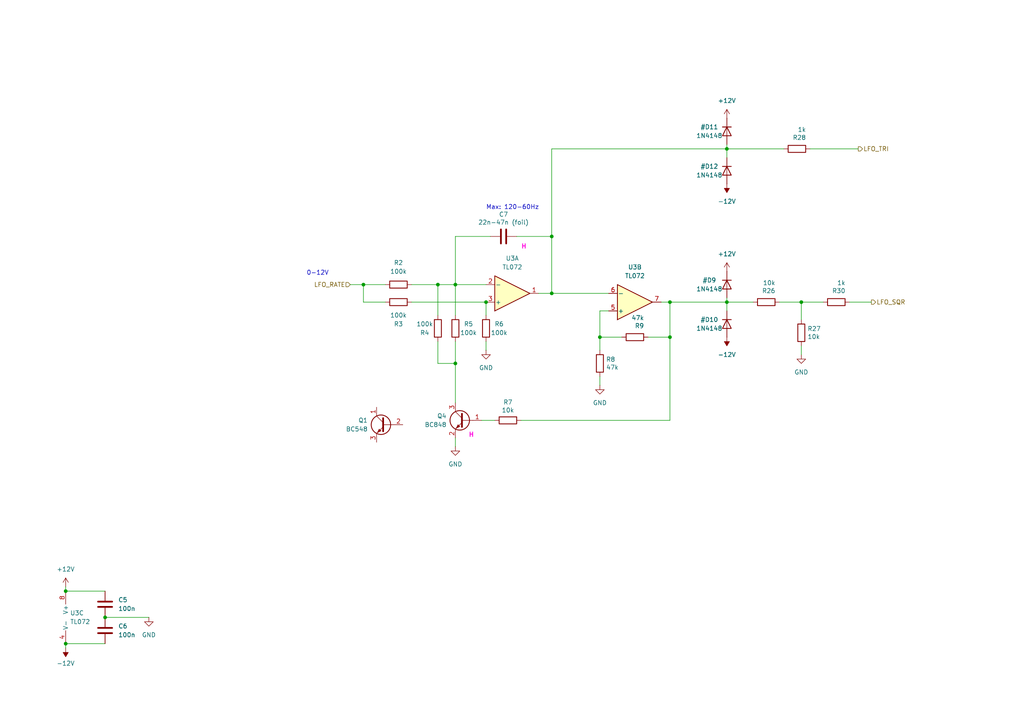
<source format=kicad_sch>
(kicad_sch (version 20250114) (generator "eeschema") (generator_version "9.0")
  (paper "A4")
  (lib_symbols
    (symbol "Amplifier_Operational:TL072" (pin_names (offset 0.127))
      (property "Reference" "U" (at 0 5.08 0))
      (property "Value" "TL072" (at 0 -5.08 0))
      (symbol "TL072_1_1"
        (polyline (pts (xy -5.08 5.08) (xy 5.08 0) (xy -5.08 -5.08) (xy -5.08 5.08)) (stroke (width 0.254)) (fill (type background)))
        (pin input line (at -7.62 2.54 0) (length 2.54) (name "+") (number "3"))
        (pin input line (at -7.62 -2.54 0) (length 2.54) (name "-") (number "2"))
        (pin output line (at 7.62 0 180) (length 2.54) (name "~") (number "1"))
      )
      (symbol "TL072_2_1"
        (polyline (pts (xy -5.08 5.08) (xy 5.08 0) (xy -5.08 -5.08) (xy -5.08 5.08)) (stroke (width 0.254)) (fill (type background)))
        (pin input line (at -7.62 2.54 0) (length 2.54) (name "+") (number "5"))
        (pin input line (at -7.62 -2.54 0) (length 2.54) (name "-") (number "6"))
        (pin output line (at 7.62 0 180) (length 2.54) (name "~") (number "7"))
      )
      (symbol "TL072_3_1"
        (pin power_in line (at -2.54 7.62 270) (length 3.81) (name "V+") (number "8"))
        (pin power_in line (at -2.54 -7.62 90) (length 3.81) (name "V-") (number "4"))
      )
    )
    (symbol "Device:C" (pin_numbers (hide yes)) (pin_names (offset 0.254))
      (property "Reference" "C" (at 0.635 2.54 0))
      (property "Value" "C" (at 0.635 -2.54 0))
      (symbol "C_0_1"
        (polyline (pts (xy -2.032 0.762) (xy 2.032 0.762)) (stroke (width 0.508)))
        (polyline (pts (xy -2.032 -0.762) (xy 2.032 -0.762)) (stroke (width 0.508)))
      )
      (symbol "C_1_1"
        (pin passive line (at 0 3.81 270) (length 2.794) (name "~") (number "1"))
        (pin passive line (at 0 -3.81 90) (length 2.794) (name "~") (number "2"))
      )
    )
    (symbol "Device:D" (pin_numbers (hide yes)) (pin_names (offset 1.016) (hide yes))
      (property "Reference" "D" (at 0 2.54 0))
      (property "Value" "D" (at 0 -2.54 0))
      (symbol "D_0_1"
        (polyline (pts (xy -1.27 1.27) (xy -1.27 -1.27)) (stroke (width 0.254)))
        (polyline (pts (xy 1.27 1.27) (xy 1.27 -1.27) (xy -1.27 0) (xy 1.27 1.27)) (stroke (width 0.254)))
        (polyline (pts (xy 1.27 0) (xy -1.27 0)))
      )
      (symbol "D_1_1"
        (pin passive line (at -3.81 0 0) (length 2.54) (name "K") (number "1"))
        (pin passive line (at 3.81 0 180) (length 2.54) (name "A") (number "2"))
      )
    )
    (symbol "Device:R" (pin_numbers (hide yes)) (pin_names (offset 0))
      (property "Reference" "R" (at 2.032 0 90))
      (property "Value" "R" (at 0 0 90))
      (symbol "R_0_1"
        (rectangle (start -1.016 -2.54) (end 1.016 2.54) (stroke (width 0.254)))
      )
      (symbol "R_1_1"
        (pin passive line (at 0 3.81 270) (length 1.27) (name "~") (number "1"))
        (pin passive line (at 0 -3.81 90) (length 1.27) (name "~") (number "2"))
      )
    )
    (symbol "Transistor_BJT:BC548" (pin_names (offset 0) (hide yes))
      (property "Reference" "Q" (at 5.08 1.905 0))
      (property "Value" "BC548" (at 5.08 0 0))
      (symbol "BC548_0_1"
        (polyline (pts (xy -2.54 0) (xy 0.635 0)))
        (polyline (pts (xy 0.635 1.905) (xy 0.635 -1.905)) (stroke (width 0.508)))
        (circle (center 1.27 0) (radius 2.8194) (stroke (width 0.254)))
      )
      (symbol "BC548_1_1"
        (polyline (pts (xy 0.635 0.635) (xy 2.54 2.54)))
        (polyline (pts (xy 0.635 -0.635) (xy 2.54 -2.54)))
        (polyline (pts (xy 1.27 -1.778) (xy 1.778 -1.27) (xy 2.286 -2.286) (xy 1.27 -1.778)) (fill (type outline)))
        (pin input line (at -5.08 0 0) (length 2.54) (name "B") (number "2"))
        (pin passive line (at 2.54 5.08 270) (length 2.54) (name "C") (number "1"))
        (pin passive line (at 2.54 -5.08 90) (length 2.54) (name "E") (number "3"))
      )
    )
    (symbol "Transistor_BJT:BC848" (pin_names (offset 0) (hide yes))
      (property "Reference" "Q" (at 5.08 1.905 0))
      (property "Value" "BC848" (at 5.08 0 0))
      (symbol "BC848_0_1"
        (polyline (pts (xy -2.54 0) (xy 0.635 0)))
        (polyline (pts (xy 0.635 1.905) (xy 0.635 -1.905)) (stroke (width 0.508)))
        (circle (center 1.27 0) (radius 2.8194) (stroke (width 0.254)))
      )
      (symbol "BC848_1_1"
        (polyline (pts (xy 0.635 0.635) (xy 2.54 2.54)))
        (polyline (pts (xy 0.635 -0.635) (xy 2.54 -2.54)))
        (polyline (pts (xy 1.27 -1.778) (xy 1.778 -1.27) (xy 2.286 -2.286) (xy 1.27 -1.778)) (fill (type outline)))
        (pin input line (at -5.08 0 0) (length 2.54) (name "B") (number "1"))
        (pin passive line (at 2.54 5.08 270) (length 2.54) (name "C") (number "3"))
        (pin passive line (at 2.54 -5.08 90) (length 2.54) (name "E") (number "2"))
      )
    )
    (symbol "power:+12V" (power) (pin_numbers (hide yes)) (pin_names (offset 0) (hide yes))
      (property "Value" "+12V" (at 0 3.556 0))
      (symbol "+12V_0_1"
        (polyline (pts (xy -0.762 1.27) (xy 0 2.54)))
        (polyline (pts (xy 0 2.54) (xy 0.762 1.27)))
        (polyline (pts (xy 0 0) (xy 0 2.54)))
      )
      (symbol "+12V_1_1"
        (pin power_in line (at 0 0 90) (length 0) (name "~") (number "1"))
      )
    )
    (symbol "power:-12V" (power) (pin_numbers (hide yes)) (pin_names (offset 0) (hide yes))
      (property "Value" "-12V" (at 0 3.556 0))
      (symbol "-12V_0_0"
        (pin power_in line (at 0 0 90) (length 0) (name "~") (number "1"))
      )
      (symbol "-12V_0_1"
        (polyline (pts (xy 0 0) (xy 0 1.27) (xy 0.762 1.27) (xy 0 2.54) (xy -0.762 1.27) (xy 0 1.27)) (fill (type outline)))
      )
    )
    (symbol "power:GND" (power) (pin_numbers (hide yes)) (pin_names (offset 0) (hide yes))
      (property "Value" "GND" (at 0 -3.81 0))
      (symbol "GND_0_1"
        (polyline (pts (xy 0 0) (xy 0 -1.27) (xy 1.27 -1.27) (xy 0 -2.54) (xy -1.27 -1.27) (xy 0 -1.27)))
      )
      (symbol "GND_1_1"
        (pin power_in line (at 0 0 270) (length 0) (name "~") (number "1"))
      )
    )
  )
  (text "H" (at 135.89 127 0) (effects (font (size 1.27 1.27) (thickness 0.254) (bold yes)) (justify left bottom)))
  (text "Max: 120-60Hz" (at 140.97 60.96 0) (effects (font (size 1.27 1.27)) (justify left bottom)))
  (text "0-12V" (at 88.9 80.01 0) (effects (font (size 1.27 1.27)) (justify left bottom)))
  (text "H" (at 151.13 72.39 0) (effects (font (size 1.27 1.27) (thickness 0.254) (bold yes)) (justify left bottom)))
  (junction (at 210.82 43.18))
  (junction (at 194.31 97.79))
  (junction (at 160.02 85.09))
  (junction (at 19.05 186.69))
  (junction (at 194.31 87.63))
  (junction (at 132.08 105.41))
  (junction (at 173.99 97.79))
  (junction (at 105.41 82.55))
  (junction (at 30.48 179.07))
  (junction (at 160.02 68.58))
  (junction (at 140.97 87.63))
  (junction (at 19.05 171.45))
  (junction (at 232.41 87.63))
  (junction (at 127 82.55))
  (junction (at 132.08 82.55))
  (junction (at 210.82 87.63))
  (wire (pts (xy 210.82 86.36) (xy 210.82 87.63)))
  (wire (pts (xy 149.86 68.58) (xy 160.02 68.58)))
  (wire (pts (xy 143.51 121.92) (xy 139.7 121.92)))
  (wire (pts (xy 210.82 43.18) (xy 210.82 45.72)))
  (wire (pts (xy 173.99 111.76) (xy 173.99 109.22)))
  (wire (pts (xy 210.82 43.18) (xy 227.33 43.18)))
  (wire (pts (xy 173.99 90.17) (xy 173.99 97.79)))
  (wire (pts (xy 194.31 121.92) (xy 151.13 121.92)))
  (wire (pts (xy 127 99.06) (xy 127 105.41)))
  (wire (pts (xy 119.38 82.55) (xy 127 82.55)))
  (wire (pts (xy 132.08 116.84) (xy 132.08 105.41)))
  (wire (pts (xy 127 82.55) (xy 132.08 82.55)))
  (wire (pts (xy 246.38 87.63) (xy 252.73 87.63)))
  (wire (pts (xy 160.02 85.09) (xy 176.53 85.09)))
  (wire (pts (xy 19.05 171.45) (xy 30.48 171.45)))
  (wire (pts (xy 127 91.44) (xy 127 82.55)))
  (wire (pts (xy 187.96 97.79) (xy 194.31 97.79)))
  (wire (pts (xy 194.31 87.63) (xy 194.31 97.79)))
  (wire (pts (xy 132.08 82.55) (xy 132.08 91.44)))
  (wire (pts (xy 160.02 85.09) (xy 156.21 85.09)))
  (wire (pts (xy 160.02 68.58) (xy 160.02 85.09)))
  (wire (pts (xy 210.82 87.63) (xy 218.44 87.63)))
  (wire (pts (xy 119.38 87.63) (xy 140.97 87.63)))
  (wire (pts (xy 111.76 87.63) (xy 105.41 87.63)))
  (wire (pts (xy 210.82 87.63) (xy 210.82 90.17)))
  (wire (pts (xy 101.6 82.55) (xy 105.41 82.55)))
  (wire (pts (xy 140.97 87.63) (xy 140.97 91.44)))
  (wire (pts (xy 180.34 97.79) (xy 173.99 97.79)))
  (wire (pts (xy 160.02 43.18) (xy 210.82 43.18)))
  (wire (pts (xy 191.77 87.63) (xy 194.31 87.63)))
  (wire (pts (xy 132.08 129.54) (xy 132.08 127)))
  (wire (pts (xy 232.41 87.63) (xy 232.41 92.71)))
  (wire (pts (xy 132.08 68.58) (xy 142.24 68.58)))
  (wire (pts (xy 132.08 82.55) (xy 140.97 82.55)))
  (wire (pts (xy 19.05 186.69) (xy 30.48 186.69)))
  (wire (pts (xy 140.97 101.6) (xy 140.97 99.06)))
  (wire (pts (xy 232.41 102.87) (xy 232.41 100.33)))
  (wire (pts (xy 194.31 87.63) (xy 210.82 87.63)))
  (wire (pts (xy 176.53 90.17) (xy 173.99 90.17)))
  (wire (pts (xy 30.48 179.07) (xy 43.18 179.07)))
  (wire (pts (xy 232.41 87.63) (xy 238.76 87.63)))
  (wire (pts (xy 234.95 43.18) (xy 248.92 43.18)))
  (wire (pts (xy 105.41 82.55) (xy 111.76 82.55)))
  (wire (pts (xy 127 105.41) (xy 132.08 105.41)))
  (wire (pts (xy 19.05 187.96) (xy 19.05 186.69)))
  (wire (pts (xy 19.05 170.18) (xy 19.05 171.45)))
  (wire (pts (xy 226.06 87.63) (xy 232.41 87.63)))
  (wire (pts (xy 210.82 41.91) (xy 210.82 43.18)))
  (wire (pts (xy 132.08 105.41) (xy 132.08 99.06)))
  (wire (pts (xy 132.08 68.58) (xy 132.08 82.55)))
  (wire (pts (xy 194.31 97.79) (xy 194.31 121.92)))
  (wire (pts (xy 105.41 87.63) (xy 105.41 82.55)))
  (wire (pts (xy 160.02 43.18) (xy 160.02 68.58)))
  (wire (pts (xy 173.99 97.79) (xy 173.99 101.6)))
  (hierarchical_label "LFO_TRI" (shape output) (at 248.92 43.18 0))
  (hierarchical_label "LFO_RATE" (shape input) (at 101.6 82.55 180))
  (hierarchical_label "LFO_SQR" (shape output) (at 252.73 87.63 0))
  (symbol (lib_id "Device:D") (at 210.82 38.1 90) (mirror x) (unit 1)
    (property "Reference" "#D11" (at 205.74 36.83 90))
    (property "Value" "1N4148" (at 205.74 39.37 90))
    (property "Footprint" "Diode_SMD:D_SOD-123" (effects (hide yes)))
    (property "LCSC" "C81598" (effects (hide yes)))
    (property "Sim.Device" "D" (effects (hide yes)))
    (property "Sim.Pins" "1=K 2=A" (effects (hide yes)))
    (property "Vendor" "JLCPCB" (effects (hide yes)))
  )
  (symbol (lib_id "Device:R") (at 231.14 43.18 90) (unit 1)
    (property "Reference" "R28" (at 233.807 39.9034 90) (effects (justify left)))
    (property "Value" "1k" (at 233.807 37.592 90) (effects (justify left)))
    (property "Footprint" "Resistor_SMD:R_0603_1608Metric" (effects (hide yes)))
    (property "Vendor" "JLCPCB" (effects (hide yes)))
  )
  (symbol (lib_id "power:GND") (at 140.97 101.6 0) (unit 1)
    (property "Reference" "#PWR08" (effects (hide yes)))
    (property "Value" "GND" (at 140.97 106.68 0))
    (property "Description" "Power symbol creates a global label with name \"GND\" , ground" (effects (hide yes)))
  )
  (symbol (lib_id "power:GND") (at 173.99 111.76 0) (unit 1)
    (property "Reference" "#PWR09" (effects (hide yes)))
    (property "Value" "GND" (at 173.99 116.84 0))
    (property "Description" "Power symbol creates a global label with name \"GND\" , ground" (effects (hide yes)))
  )
  (symbol (lib_id "Device:C") (at 30.48 182.88 0) (unit 1)
    (property "Reference" "C6" (at 34.29 181.61 0) (effects (justify left)))
    (property "Value" "100n" (at 34.29 184.15 0) (effects (justify left)))
    (property "Footprint" "Capacitor_SMD:C_0603_1608Metric" (effects (hide yes)))
    (property "LCSC" "C14663" (effects (hide yes)))
    (property "Vendor" "JLCPCB" (effects (hide yes)))
  )
  (symbol (lib_id "Device:D") (at 210.82 93.98 90) (mirror x) (unit 1)
    (property "Reference" "#D10" (at 205.74 92.71 90))
    (property "Value" "1N4148" (at 205.74 95.25 90))
    (property "Footprint" "Diode_SMD:D_SOD-123" (effects (hide yes)))
    (property "LCSC" "C81598" (effects (hide yes)))
    (property "Sim.Device" "D" (effects (hide yes)))
    (property "Sim.Pins" "1=K 2=A" (effects (hide yes)))
    (property "Vendor" "JLCPCB" (effects (hide yes)))
  )
  (symbol (lib_id "Amplifier_Operational:TL072") (at 21.59 179.07 0) (unit 3)
    (property "Reference" "U3" (at 20.32 177.8 0) (effects (justify left)))
    (property "Value" "TL072" (at 20.32 180.34 0) (effects (justify left)))
    (property "Footprint" "Package_SO:SOIC-8_3.9x4.9mm_P1.27mm" (effects (hide yes)))
    (property "Datasheet" "http://www.ti.com/lit/ds/symlink/tl071.pdf" (effects (hide yes)))
    (property "LCSC" "C6961" (effects (hide yes)))
    (property "Vendor" "JLCPCB" (effects (hide yes)))
  )
  (symbol (lib_id "Device:D") (at 210.82 82.55 90) (mirror x) (unit 1)
    (property "Reference" "#D9" (at 205.74 81.28 90))
    (property "Value" "1N4148" (at 205.74 83.82 90))
    (property "Footprint" "Diode_SMD:D_SOD-123" (effects (hide yes)))
    (property "LCSC" "C81598" (effects (hide yes)))
    (property "Sim.Device" "D" (effects (hide yes)))
    (property "Sim.Pins" "1=K 2=A" (effects (hide yes)))
    (property "Vendor" "JLCPCB" (effects (hide yes)))
  )
  (symbol (lib_id "power:+12V") (at 210.82 78.74 0) (unit 1)
    (property "Reference" "#PWR045" (effects (hide yes)))
    (property "Value" "+12V" (at 210.82 73.66 0))
    (property "Description" "Power symbol creates a global label with name \"+12V\"" (effects (hide yes)))
  )
  (symbol (lib_id "Device:R") (at 147.32 121.92 270) (unit 1)
    (property "Reference" "R7" (at 147.32 116.6622 90))
    (property "Value" "10k" (at 147.32 118.9736 90))
    (property "Footprint" "Resistor_SMD:R_0603_1608Metric" (effects (hide yes)))
    (property "LCSC" "C25804" (effects (hide yes)))
    (property "Vendor" "JLCPCB" (effects (hide yes)))
  )
  (symbol (lib_id "Device:R") (at 184.15 97.79 90) (unit 1)
    (property "Reference" "R9" (at 186.817 94.5134 90) (effects (justify left)))
    (property "Value" "47k" (at 186.817 92.202 90) (effects (justify left)))
    (property "Footprint" "Resistor_SMD:R_0603_1608Metric" (effects (hide yes)))
    (property "LCSC" "C25819" (effects (hide yes)))
    (property "Vendor" "JLCPCB" (effects (hide yes)))
  )
  (symbol (lib_id "power:+12V") (at 210.82 34.29 0) (unit 1)
    (property "Reference" "#PWR047" (effects (hide yes)))
    (property "Value" "+12V" (at 210.82 29.21 0))
    (property "Description" "Power symbol creates a global label with name \"+12V\"" (effects (hide yes)))
  )
  (symbol (lib_id "Device:C") (at 146.05 68.58 270) (unit 1)
    (property "Reference" "C7" (at 146.05 62.1792 90))
    (property "Value" "22n-47n (foil)" (at 146.05 64.4906 90))
    (property "Footprint" "Capacitor_THT:C_Rect_L7.0mm_W2.5mm_P5.00mm" (effects (hide yes)))
    (property "Part No." "80-R82EC1330AA50K " (effects (hide yes)))
    (property "Part URL" "https://mou.sr/3BhmOHr" (effects (hide yes)))
    (property "Vendor" "Mouser" (effects (hide yes)))
  )
  (symbol (lib_id "power:GND") (at 43.18 179.07 0) (unit 1)
    (property "Reference" "#PWR06" (effects (hide yes)))
    (property "Value" "GND" (at 43.18 184.15 0))
    (property "Description" "Power symbol creates a global label with name \"GND\" , ground" (effects (hide yes)))
  )
  (symbol (lib_id "Device:R") (at 140.97 95.25 0) (unit 1)
    (property "Reference" "R6" (at 144.78 93.98 0))
    (property "Value" "100k" (at 144.78 96.52 0))
    (property "Footprint" "Resistor_SMD:R_0603_1608Metric" (effects (hide yes)))
    (property "LCSC" "C25803" (effects (hide yes)))
    (property "Vendor" "JLCPCB" (effects (hide yes)))
  )
  (symbol (lib_id "power:-12V") (at 210.82 97.79 180) (unit 1)
    (property "Reference" "#PWR046" (effects (hide yes)))
    (property "Value" "-12V" (at 210.82 102.87 0))
    (property "Description" "Power symbol creates a global label with name \"-12V\"" (effects (hide yes)))
  )
  (symbol (lib_id "Device:R") (at 127 95.25 180) (unit 1)
    (property "Reference" "R4" (at 123.19 96.52 0))
    (property "Value" "100k" (at 123.19 93.98 0))
    (property "Footprint" "Resistor_SMD:R_0603_1608Metric" (effects (hide yes)))
    (property "LCSC" "C25803" (effects (hide yes)))
    (property "Vendor" "JLCPCB" (effects (hide yes)))
  )
  (symbol (lib_id "Device:R") (at 115.57 82.55 90) (unit 1)
    (property "Reference" "R2" (at 115.57 76.2 90))
    (property "Value" "100k" (at 115.57 78.74 90))
    (property "Footprint" "Resistor_SMD:R_0603_1608Metric" (effects (hide yes)))
    (property "LCSC" "C25803" (effects (hide yes)))
    (property "Vendor" "JLCPCB" (effects (hide yes)))
  )
  (symbol (lib_id "power:+12V") (at 19.05 170.18 0) (unit 1)
    (property "Reference" "#PWR04" (effects (hide yes)))
    (property "Value" "+12V" (at 19.05 165.1 0))
    (property "Description" "Power symbol creates a global label with name \"+12V\"" (effects (hide yes)))
  )
  (symbol (lib_id "Device:C") (at 30.48 175.26 0) (unit 1)
    (property "Reference" "C5" (at 34.29 173.99 0) (effects (justify left)))
    (property "Value" "100n" (at 34.29 176.53 0) (effects (justify left)))
    (property "Footprint" "Capacitor_SMD:C_0603_1608Metric" (effects (hide yes)))
    (property "LCSC" "C14663" (effects (hide yes)))
    (property "Vendor" "JLCPCB" (effects (hide yes)))
  )
  (symbol (lib_id "Device:R") (at 115.57 87.63 270) (unit 1)
    (property "Reference" "R3" (at 115.57 93.98 90))
    (property "Value" "100k" (at 115.57 91.44 90))
    (property "Footprint" "Resistor_SMD:R_0603_1608Metric" (effects (hide yes)))
    (property "LCSC" "C25803" (effects (hide yes)))
    (property "Vendor" "JLCPCB" (effects (hide yes)))
  )
  (symbol (lib_id "power:GND") (at 232.41 102.87 0) (unit 1)
    (property "Reference" "#PWR038" (effects (hide yes)))
    (property "Value" "GND" (at 232.41 107.95 0))
    (property "Description" "Power symbol creates a global label with name \"GND\" , ground" (effects (hide yes)))
  )
  (symbol (lib_id "power:-12V") (at 210.82 53.34 180) (unit 1)
    (property "Reference" "#PWR048" (effects (hide yes)))
    (property "Value" "-12V" (at 210.82 58.42 0))
    (property "Description" "Power symbol creates a global label with name \"-12V\"" (effects (hide yes)))
  )
  (symbol (lib_id "Transistor_BJT:BC848") (at 134.62 121.92 0) (mirror y) (unit 1)
    (property "Reference" "Q4" (at 129.54 120.6499 0) (effects (justify left)))
    (property "Value" "BC848" (at 129.54 123.1899 0) (effects (justify left)))
    (property "Footprint" "Package_TO_SOT_SMD:SOT-23" (effects (hide yes)))
    (property "Datasheet" "https://jlcpcb.com/api/file/downloadByFileSystemAccessId/8588885176806494208" (effects (hide yes)))
    (property "Description" "0.1A Ic, 30V Vce, NPN Transistor, SOT-23" (effects (hide yes)))
    (property "Vendor" "JLCPCB" (effects (hide yes)))
    (property "LCSC" "C458985" (effects (hide yes)))
  )
  (symbol (lib_id "power:-12V") (at 19.05 187.96 180) (unit 1)
    (property "Reference" "#PWR05" (effects (hide yes)))
    (property "Value" "-12V" (at 19.05 192.405 0))
    (property "Description" "Power symbol creates a global label with name \"-12V\"" (effects (hide yes)))
  )
  (symbol (lib_id "Device:R") (at 132.08 95.25 0) (unit 1)
    (property "Reference" "R5" (at 135.89 93.98 0))
    (property "Value" "100k" (at 135.89 96.52 0))
    (property "Footprint" "Resistor_SMD:R_0603_1608Metric" (effects (hide yes)))
    (property "LCSC" "C25803" (effects (hide yes)))
    (property "Vendor" "JLCPCB" (effects (hide yes)))
  )
  (symbol (lib_id "Device:R") (at 232.41 96.52 0) (unit 1)
    (property "Reference" "R27" (at 234.188 95.3516 0) (effects (justify left)))
    (property "Value" "10k" (at 234.188 97.663 0) (effects (justify left)))
    (property "Footprint" "Resistor_SMD:R_0603_1608Metric" (effects (hide yes)))
    (property "LCSC" "C25819" (effects (hide yes)))
    (property "Vendor" "JLCPCB" (effects (hide yes)))
  )
  (symbol (lib_id "Device:D") (at 210.82 49.53 90) (mirror x) (unit 1)
    (property "Reference" "#D12" (at 205.74 48.26 90))
    (property "Value" "1N4148" (at 205.74 50.8 90))
    (property "Footprint" "Diode_SMD:D_SOD-123" (effects (hide yes)))
    (property "LCSC" "C81598" (effects (hide yes)))
    (property "Sim.Device" "D" (effects (hide yes)))
    (property "Sim.Pins" "1=K 2=A" (effects (hide yes)))
    (property "Vendor" "JLCPCB" (effects (hide yes)))
  )
  (symbol (lib_id "Transistor_BJT:BC548") (at 111.76 123.19 0) (mirror y) (unit 1)
    (property "Reference" "Q1" (at 106.68 121.9199 0) (effects (justify left)))
    (property "Value" "BC548" (at 106.68 124.4599 0) (effects (justify left)))
    (property "Footprint" "Package_TO_SOT_THT:TO-92_Inline" (effects (hide yes)))
    (property "Datasheet" "https://www.onsemi.com/pub/Collateral/BC550-D.pdf" (effects (hide yes)))
    (property "Description" "0.1A Ic, 30V Vce, Small Signal NPN Transistor, TO-92" (effects (hide yes)))
  )
  (symbol (lib_id "Amplifier_Operational:TL072") (at 184.15 87.63 0) (mirror x) (unit 2)
    (property "Reference" "U3" (at 184.15 77.47 0))
    (property "Value" "TL072" (at 184.15 80.01 0))
    (property "Footprint" "Package_SO:SOIC-8_3.9x4.9mm_P1.27mm" (effects (hide yes)))
    (property "Datasheet" "http://www.ti.com/lit/ds/symlink/tl071.pdf" (effects (hide yes)))
    (property "LCSC" "C6961" (effects (hide yes)))
    (property "Vendor" "JLCPCB" (effects (hide yes)))
  )
  (symbol (lib_id "Device:R") (at 222.25 87.63 90) (unit 1)
    (property "Reference" "R26" (at 224.917 84.3534 90) (effects (justify left)))
    (property "Value" "10k" (at 224.917 82.042 90) (effects (justify left)))
    (property "Footprint" "Resistor_SMD:R_0603_1608Metric" (effects (hide yes)))
    (property "Vendor" "JLCPCB" (effects (hide yes)))
  )
  (symbol (lib_id "power:GND") (at 132.08 129.54 0) (unit 1)
    (property "Reference" "#PWR07" (effects (hide yes)))
    (property "Value" "GND" (at 132.08 134.62 0))
    (property "Description" "Power symbol creates a global label with name \"GND\" , ground" (effects (hide yes)))
  )
  (symbol (lib_id "Amplifier_Operational:TL072") (at 148.59 85.09 0) (mirror x) (unit 1)
    (property "Reference" "U3" (at 148.59 74.93 0))
    (property "Value" "TL072" (at 148.59 77.47 0))
    (property "Footprint" "Package_SO:SOIC-8_3.9x4.9mm_P1.27mm" (effects (hide yes)))
    (property "Datasheet" "http://www.ti.com/lit/ds/symlink/tl071.pdf" (effects (hide yes)))
    (property "LCSC" "C6961" (effects (hide yes)))
    (property "Vendor" "JLCPCB" (effects (hide yes)))
  )
  (symbol (lib_id "Device:R") (at 242.57 87.63 90) (unit 1)
    (property "Reference" "R30" (at 245.237 84.3534 90) (effects (justify left)))
    (property "Value" "1k" (at 245.237 82.042 90) (effects (justify left)))
    (property "Footprint" "Resistor_SMD:R_0603_1608Metric" (effects (hide yes)))
    (property "Vendor" "JLCPCB" (effects (hide yes)))
  )
  (symbol (lib_id "Device:R") (at 173.99 105.41 0) (unit 1)
    (property "Reference" "R8" (at 175.768 104.2416 0) (effects (justify left)))
    (property "Value" "47k" (at 175.768 106.553 0) (effects (justify left)))
    (property "Footprint" "Resistor_SMD:R_0603_1608Metric" (effects (hide yes)))
    (property "LCSC" "C25819" (effects (hide yes)))
    (property "Vendor" "JLCPCB" (effects (hide yes)))
  )
)
</source>
